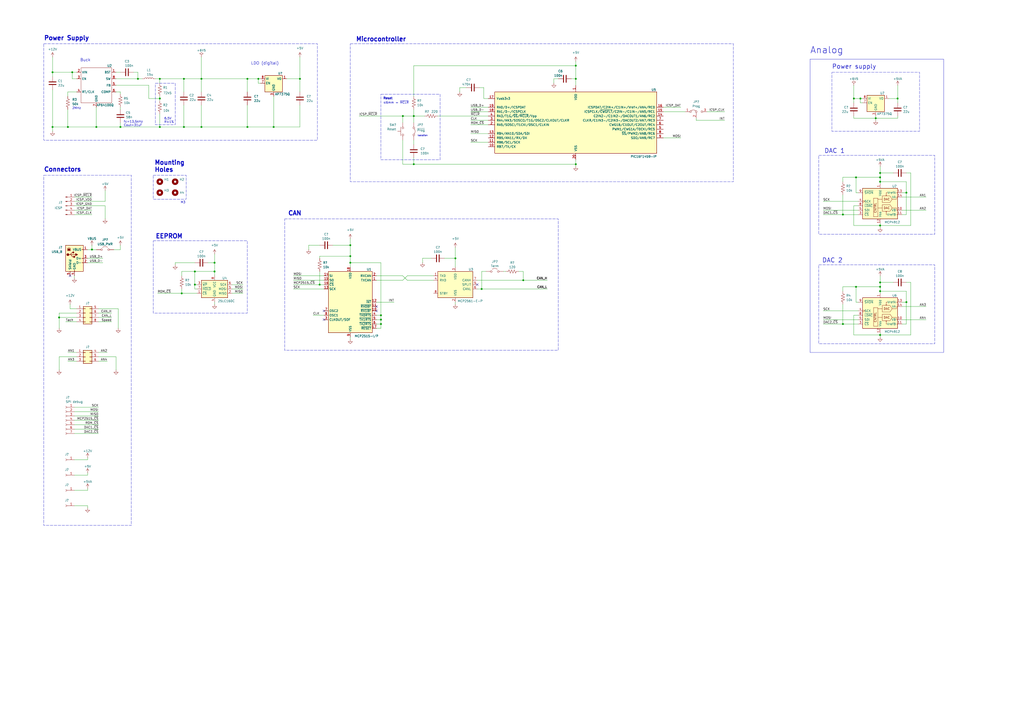
<source format=kicad_sch>
(kicad_sch (version 20250114) (generator "eeschema") (generator_version "9.0")
  (paper "A2")
  (rectangle (start 482.6 41.91) (end 533.4 76.2) (stroke (width 0) (type dash)))
  (rectangle (start 25.4 25.4) (end 184.15 81.28) (stroke (width 0) (type dash)))
  (rectangle (start 88.9 139.7) (end 143.51 181.61) (stroke (width 0) (type dash)))
  (rectangle (start 88.9 101.5999) (end 107.95 115.5699) (stroke (width 0) (type dash)))
  (rectangle (start 90.17 48.26) (end 101.6 72.39) (stroke (width 0) (type dash)))
  (rectangle (start 220.98 54.61) (end 255.27 92.71) (stroke (width 0) (type dash)))
  (rectangle (start 474.98 153.67) (end 542.29 199.39) (stroke (width 0) (type dash)))
  (rectangle (start 165.1 127) (end 323.85 203.2) (stroke (width 0) (type dash)))
  (rectangle (start 25.4 101.6) (end 76.2 304.8) (stroke (width 0) (type dash)))
  (rectangle (start 474.98 90.17) (end 542.29 135.89) (stroke (width 0) (type dash)))
  (rectangle (start 203.2 25.4) (end 425.45 105.41) (stroke (width 0) (type dash)))
  (rectangle (start 469.9 34.29) (end 547.37 204.47))
  (text "Connectors" (at 25.4 98.425 0) (effects (font (size 2.54 2.54) (thickness 0.508) (bold yes)) (justify left)))
  (text "Power Supply" (at 25.4 22.225 0) (effects (font (size 2.54 2.54) (thickness 0.508) (bold yes)) (justify left)))
  (text "LDO (digital)" (at 153.67 36.83 0) (effects (font (size 1.651 1.651))))
  (text "CAN" (at 167.005 123.825 0) (effects (font (size 2.54 2.54) (thickness 0.508) (bold yes)) (justify left)))
  (text "2MHz\n" (at 44.45 62.865 0) (effects (font (size 1.27 1.27))))
  (text "6.5V\nR±1%" (at 95.25 69.85 0) (effects (font (size 1.27 1.27)) (justify left)))
  (text "Reset" (at 222.25 57.15 0) (effects (font (size 1.27 1.27) (thickness 0.254) (bold yes)) (justify left)))
  (text "fc=13.5kHz\nCout=31uF" (at 71.755 71.755 0) (effects (font (size 1.27 1.27)) (justify left)))
  (text "Mounting\nHoles" (at 89.535 96.5199 0) (effects (font (size 2.54 2.54) (thickness 0.508) (bold yes)) (justify left)))
  (text "Power supply" (at 482.6 38.735 0) (effects (font (size 2.54 2.54) (thickness 0.254) (bold yes)) (justify left)))
  (text "M3\n" (at 104.775 117.4749 0) (effects (font (size 1.27 1.27)) (justify left)))
  (text "EEPROM" (at 90.17 137.16 0) (effects (font (size 2.54 2.54) (thickness 0.508) (bold yes)) (justify left)))
  (text "≤6mm ↔ ~{MCLR}" (at 222.25 59.69 0) (effects (font (size 1.27 1.27)) (justify left)))
  (text "DAC 1" (at 478.155 87.63 0) (effects (font (size 2.54 2.54) (thickness 0.254) (bold yes)) (justify left)))
  (text "Buck" (at 49.53 34.925 0) (effects (font (size 1.651 1.651))))
  (text "Microcontroller" (at 206.375 22.86 0) (effects (font (size 2.54 2.54) (thickness 0.508) (bold yes)) (justify left)))
  (text "Analog" (at 469.9 29.21 0) (effects (font (size 3.81 3.81) (thickness 0.254) (bold yes)) (justify left)))
  (text "Isolation" (at 245.11 78.74 0) (effects (font (size 0.889 0.889))))
  (text "DAC 2" (at 476.885 151.13 0) (effects (font (size 2.54 2.54) (thickness 0.254) (bold yes)) (justify left)))
  (junction (at 510.54 166.37))
  (junction (at 106.68 45.72))
  (junction (at 510.54 168.91))
  (junction (at 124.46 157.48))
  (junction (at 510.54 100.33))
  (junction (at 55.88 73.66))
  (junction (at 116.84 73.66))
  (junction (at 39.37 73.66))
  (junction (at 106.68 73.66))
  (junction (at 220.98 185.42))
  (junction (at 173.99 45.72))
  (junction (at 34.29 184.15))
  (junction (at 496.57 166.37))
  (junction (at 124.46 152.4))
  (junction (at 525.78 111.76))
  (junction (at 143.51 73.66))
  (junction (at 488.95 187.96))
  (junction (at 92.71 73.66))
  (junction (at 334.01 38.1))
  (junction (at 508 68.58))
  (junction (at 220.98 182.88))
  (junction (at 334.01 45.72))
  (junction (at 53.34 144.78))
  (junction (at 495.3 57.15))
  (junction (at 488.95 124.46))
  (junction (at 510.54 130.81))
  (junction (at 334.01 95.25))
  (junction (at 149.86 45.72))
  (junction (at 30.48 41.91))
  (junction (at 158.75 73.66))
  (junction (at 203.2 142.24))
  (junction (at 80.01 45.72))
  (junction (at 240.03 67.31))
  (junction (at 510.54 102.87))
  (junction (at 510.54 194.31))
  (junction (at 92.71 57.15))
  (junction (at 525.78 175.26))
  (junction (at 30.48 73.66))
  (junction (at 92.71 45.72))
  (junction (at 203.2 152.4))
  (junction (at 520.7 57.15))
  (junction (at 264.16 149.86))
  (junction (at 303.53 162.56))
  (junction (at 113.03 165.1))
  (junction (at 41.91 41.91))
  (junction (at 510.54 163.83))
  (junction (at 499.11 57.15))
  (junction (at 105.41 170.18))
  (junction (at 203.2 148.59))
  (junction (at 496.57 102.87))
  (junction (at 185.42 165.1))
  (junction (at 113.03 157.48))
  (junction (at 510.54 105.41))
  (junction (at 69.85 73.66))
  (junction (at 240.03 95.25))
  (junction (at 233.68 67.31))
  (junction (at 220.98 187.96))
  (junction (at 143.51 45.72))
  (junction (at 116.84 45.72))
  (junction (at 279.4 167.64))
  (no_connect (at 40.64 160.02))
  (no_connect (at 218.44 177.8))
  (no_connect (at 187.96 185.42))
  (no_connect (at 276.86 165.1))
  (no_connect (at 187.96 180.34))
  (no_connect (at 218.44 180.34))
  (wire (pts (xy 218.44 162.56) (xy 233.68 162.56)))
  (wire (pts (xy 240.03 95.25) (xy 240.03 91.44)))
  (wire (pts (xy 499.11 57.15) (xy 495.3 57.15)))
  (wire (pts (xy 116.84 33.02) (xy 116.84 45.72)))
  (wire (pts (xy 203.2 142.24) (xy 203.2 148.59)))
  (wire (pts (xy 50.8 293.37) (xy 50.8 294.64)))
  (wire (pts (xy 44.45 184.15) (xy 34.29 184.15)))
  (wire (pts (xy 57.15 181.61) (xy 64.77 181.61)))
  (wire (pts (xy 106.68 45.72) (xy 116.84 45.72)))
  (wire (pts (xy 495.3 182.88) (xy 497.84 182.88)))
  (wire (pts (xy 279.4 157.48) (xy 281.94 157.48)))
  (wire (pts (xy 44.45 207.01) (xy 34.29 207.01)))
  (wire (pts (xy 220.98 187.96) (xy 220.98 185.42)))
  (wire (pts (xy 495.3 119.38) (xy 497.84 119.38)))
  (wire (pts (xy 240.03 38.1) (xy 334.01 38.1)))
  (wire (pts (xy 218.44 187.96) (xy 220.98 187.96)))
  (wire (pts (xy 44.45 41.91) (xy 41.91 41.91)))
  (wire (pts (xy 384.81 80.01) (xy 394.97 80.01)))
  (wire (pts (xy 508 67.31) (xy 508 68.58)))
  (wire (pts (xy 276.86 167.64) (xy 279.4 167.64)))
  (wire (pts (xy 53.34 142.24) (xy 53.34 144.78)))
  (wire (pts (xy 510.54 168.91) (xy 510.54 170.18)))
  (wire (pts (xy 203.2 195.58) (xy 203.2 196.85)))
  (wire (pts (xy 60.96 116.84) (xy 60.96 110.49)))
  (wire (pts (xy 67.31 53.34) (xy 69.85 53.34)))
  (wire (pts (xy 499.11 59.69) (xy 499.11 57.15)))
  (wire (pts (xy 80.01 45.72) (xy 82.55 45.72)))
  (wire (pts (xy 50.8 149.86) (xy 59.69 149.86)))
  (wire (pts (xy 114.3 165.1) (xy 113.03 165.1)))
  (wire (pts (xy 250.19 149.86) (xy 245.11 149.86)))
  (wire (pts (xy 496.57 175.26) (xy 496.57 166.37)))
  (wire (pts (xy 149.86 48.26) (xy 149.86 45.72)))
  (wire (pts (xy 488.95 187.96) (xy 497.84 187.96)))
  (wire (pts (xy 105.41 157.48) (xy 113.03 157.48)))
  (wire (pts (xy 92.71 73.66) (xy 106.68 73.66)))
  (wire (pts (xy 240.03 38.1) (xy 240.03 55.88)))
  (wire (pts (xy 403.86 69.85) (xy 420.37 69.85)))
  (wire (pts (xy 523.24 124.46) (xy 525.78 124.46)))
  (wire (pts (xy 44.45 53.34) (xy 39.37 53.34)))
  (wire (pts (xy 477.52 180.34) (xy 497.84 180.34)))
  (wire (pts (xy 510.54 193.04) (xy 510.54 194.31)))
  (wire (pts (xy 220.98 185.42) (xy 220.98 182.88)))
  (wire (pts (xy 510.54 194.31) (xy 510.54 195.58)))
  (wire (pts (xy 525.78 168.91) (xy 510.54 168.91)))
  (wire (pts (xy 69.85 53.34) (xy 69.85 54.61)))
  (wire (pts (xy 499.11 57.15) (xy 500.38 57.15)))
  (wire (pts (xy 66.04 144.78) (xy 69.85 144.78)))
  (wire (pts (xy 149.86 45.72) (xy 151.13 45.72)))
  (wire (pts (xy 185.42 165.1) (xy 185.42 157.48)))
  (wire (pts (xy 57.15 207.01) (xy 67.31 207.01)))
  (wire (pts (xy 34.29 184.15) (xy 34.29 190.5)))
  (wire (pts (xy 44.45 181.61) (xy 34.29 181.61)))
  (wire (pts (xy 116.84 45.72) (xy 143.51 45.72)))
  (wire (pts (xy 43.18 243.84) (xy 57.15 243.84)))
  (wire (pts (xy 273.05 82.55) (xy 283.21 82.55)))
  (wire (pts (xy 495.3 130.81) (xy 510.54 130.81)))
  (wire (pts (xy 523.24 177.8) (xy 537.21 177.8)))
  (wire (pts (xy 151.13 48.26) (xy 149.86 48.26)))
  (wire (pts (xy 528.32 130.81) (xy 510.54 130.81)))
  (wire (pts (xy 170.18 165.1) (xy 185.42 165.1)))
  (wire (pts (xy 43.18 246.38) (xy 57.15 246.38)))
  (wire (pts (xy 497.84 111.76) (xy 496.57 111.76)))
  (wire (pts (xy 158.75 73.66) (xy 143.51 73.66)))
  (wire (pts (xy 523.24 114.3) (xy 537.21 114.3)))
  (wire (pts (xy 30.48 41.91) (xy 30.48 44.45)))
  (wire (pts (xy 273.05 69.85) (xy 283.21 69.85)))
  (wire (pts (xy 170.18 160.02) (xy 187.96 160.02)))
  (wire (pts (xy 525.78 105.41) (xy 525.78 111.76)))
  (wire (pts (xy 496.57 102.87) (xy 510.54 102.87)))
  (wire (pts (xy 496.57 111.76) (xy 496.57 102.87)))
  (wire (pts (xy 525.78 168.91) (xy 525.78 175.26)))
  (wire (pts (xy 181.61 182.88) (xy 187.96 182.88)))
  (wire (pts (xy 477.52 185.42) (xy 497.84 185.42)))
  (wire (pts (xy 39.37 53.34) (xy 39.37 55.88)))
  (wire (pts (xy 92.71 66.04) (xy 92.71 73.66)))
  (wire (pts (xy 57.15 179.07) (xy 68.58 179.07)))
  (wire (pts (xy 105.41 160.02) (xy 105.41 157.48)))
  (wire (pts (xy 384.81 62.23) (xy 394.97 62.23)))
  (wire (pts (xy 334.01 45.72) (xy 331.47 45.72)))
  (wire (pts (xy 334.01 49.53) (xy 334.01 45.72)))
  (wire (pts (xy 203.2 148.59) (xy 203.2 152.4)))
  (wire (pts (xy 143.51 45.72) (xy 143.51 53.34)))
  (wire (pts (xy 208.28 67.31) (xy 233.68 67.31)))
  (wire (pts (xy 510.54 163.83) (xy 510.54 166.37)))
  (wire (pts (xy 68.58 179.07) (xy 68.58 190.5)))
  (wire (pts (xy 495.3 130.81) (xy 495.3 119.38)))
  (wire (pts (xy 523.24 185.42) (xy 537.21 185.42)))
  (wire (pts (xy 39.37 63.5) (xy 39.37 73.66)))
  (wire (pts (xy 50.8 284.48) (xy 50.8 283.21)))
  (wire (pts (xy 43.18 114.3) (xy 53.34 114.3)))
  (wire (pts (xy 179.07 142.24) (xy 179.07 144.78)))
  (wire (pts (xy 92.71 45.72) (xy 92.71 48.26)))
  (wire (pts (xy 57.15 209.55) (xy 62.23 209.55)))
  (wire (pts (xy 510.54 160.02) (xy 510.54 163.83)))
  (wire (pts (xy 528.32 163.83) (xy 528.32 194.31)))
  (wire (pts (xy 60.96 119.38) (xy 60.96 127)))
  (wire (pts (xy 283.21 57.15) (xy 280.67 57.15)))
  (wire (pts (xy 528.32 100.33) (xy 528.32 130.81)))
  (wire (pts (xy 173.99 45.72) (xy 173.99 53.34)))
  (wire (pts (xy 113.03 167.64) (xy 113.03 165.1)))
  (wire (pts (xy 525.78 105.41) (xy 510.54 105.41)))
  (wire (pts (xy 495.3 67.31) (xy 495.3 68.58)))
  (wire (pts (xy 113.03 157.48) (xy 124.46 157.48)))
  (wire (pts (xy 105.41 170.18) (xy 105.41 167.64)))
  (wire (pts (xy 67.31 207.01) (xy 67.31 214.63)))
  (wire (pts (xy 124.46 152.4) (xy 124.46 157.48)))
  (wire (pts (xy 134.62 170.18) (xy 140.97 170.18)))
  (wire (pts (xy 106.68 73.66) (xy 116.84 73.66)))
  (wire (pts (xy 280.67 50.8) (xy 278.13 50.8)))
  (wire (pts (xy 50.8 275.59) (xy 50.8 274.32)))
  (wire (pts (xy 520.7 68.58) (xy 520.7 67.31)))
  (wire (pts (xy 116.84 60.96) (xy 116.84 73.66)))
  (wire (pts (xy 55.88 62.23) (xy 55.88 73.66)))
  (wire (pts (xy 384.81 64.77) (xy 397.51 64.77)))
  (wire (pts (xy 257.81 149.86) (xy 264.16 149.86)))
  (wire (pts (xy 41.91 45.72) (xy 41.91 41.91)))
  (wire (pts (xy 185.42 149.86) (xy 185.42 148.59)))
  (wire (pts (xy 280.67 57.15) (xy 280.67 50.8)))
  (wire (pts (xy 266.7 50.8) (xy 266.7 53.34)))
  (wire (pts (xy 30.48 73.66) (xy 30.48 76.2)))
  (wire (pts (xy 488.95 102.87) (xy 496.57 102.87)))
  (wire (pts (xy 520.7 57.15) (xy 515.62 57.15)))
  (wire (pts (xy 44.45 179.07) (xy 40.64 179.07)))
  (wire (pts (xy 245.11 149.86) (xy 245.11 152.4)))
  (wire (pts (xy 303.53 157.48) (xy 303.53 162.56)))
  (wire (pts (xy 39.37 204.47) (xy 44.45 204.47)))
  (wire (pts (xy 495.3 57.15) (xy 495.3 49.53)))
  (wire (pts (xy 233.68 67.31) (xy 233.68 71.12)))
  (wire (pts (xy 92.71 57.15) (xy 86.36 57.15)))
  (wire (pts (xy 220.98 152.4) (xy 220.98 182.88)))
  (wire (pts (xy 38.1 186.69) (xy 44.45 186.69)))
  (wire (pts (xy 92.71 45.72) (xy 106.68 45.72)))
  (wire (pts (xy 43.18 251.46) (xy 57.15 251.46)))
  (wire (pts (xy 57.15 184.15) (xy 64.77 184.15)))
  (wire (pts (xy 240.03 81.28) (xy 240.03 83.82)))
  (wire (pts (xy 220.98 152.4) (xy 203.2 152.4)))
  (wire (pts (xy 86.36 49.53) (xy 67.31 49.53)))
  (wire (pts (xy 510.54 105.41) (xy 510.54 106.68)))
  (wire (pts (xy 57.15 186.69) (xy 64.77 186.69)))
  (wire (pts (xy 40.64 179.07) (xy 40.64 176.53)))
  (wire (pts (xy 273.05 77.47) (xy 283.21 77.47)))
  (wire (pts (xy 158.75 55.88) (xy 158.75 73.66)))
  (wire (pts (xy 187.96 165.1) (xy 185.42 165.1)))
  (wire (pts (xy 30.48 33.02) (xy 30.48 41.91)))
  (wire (pts (xy 303.53 162.56) (xy 317.5 162.56)))
  (wire (pts (xy 233.68 67.31) (xy 240.03 67.31)))
  (wire (pts (xy 528.32 194.31) (xy 510.54 194.31)))
  (wire (pts (xy 185.42 148.59) (xy 203.2 148.59)))
  (wire (pts (xy 92.71 57.15) (xy 92.71 58.42)))
  (wire (pts (xy 173.99 73.66) (xy 158.75 73.66)))
  (wire (pts (xy 525.78 175.26) (xy 525.78 187.96)))
  (wire (pts (xy 510.54 96.52) (xy 510.54 100.33)))
  (wire (pts (xy 50.8 144.78) (xy 53.34 144.78)))
  (wire (pts (xy 218.44 190.5) (xy 220.98 190.5)))
  (wire (pts (xy 292.1 157.48) (xy 293.37 157.48)))
  (wire (pts (xy 91.44 170.18) (xy 105.41 170.18)))
  (wire (pts (xy 495.3 194.31) (xy 510.54 194.31)))
  (wire (pts (xy 270.51 50.8) (xy 266.7 50.8)))
  (wire (pts (xy 334.01 95.25) (xy 334.01 96.52)))
  (wire (pts (xy 410.21 64.77) (xy 420.37 64.77)))
  (wire (pts (xy 55.88 73.66) (xy 39.37 73.66)))
  (wire (pts (xy 510.54 100.33) (xy 518.16 100.33)))
  (wire (pts (xy 43.18 241.3) (xy 57.15 241.3)))
  (wire (pts (xy 43.18 238.76) (xy 57.15 238.76)))
  (wire (pts (xy 510.54 166.37) (xy 510.54 168.91)))
  (wire (pts (xy 488.95 168.91) (xy 488.95 166.37)))
  (wire (pts (xy 500.38 59.69) (xy 499.11 59.69)))
  (wire (pts (xy 254 67.31) (xy 283.21 67.31)))
  (wire (pts (xy 106.68 45.72) (xy 106.68 53.34)))
  (wire (pts (xy 523.24 175.26) (xy 525.78 175.26)))
  (wire (pts (xy 233.68 81.28) (xy 233.68 95.25)))
  (wire (pts (xy 92.71 73.66) (xy 69.85 73.66)))
  (wire (pts (xy 43.18 275.59) (xy 50.8 275.59)))
  (wire (pts (xy 488.95 166.37) (xy 496.57 166.37)))
  (wire (pts (xy 273.05 64.77) (xy 283.21 64.77)))
  (wire (pts (xy 488.95 124.46) (xy 497.84 124.46)))
  (wire (pts (xy 520.7 49.53) (xy 520.7 57.15)))
  (wire (pts (xy 69.85 62.23) (xy 69.85 63.5)))
  (wire (pts (xy 134.62 167.64) (xy 140.97 167.64)))
  (wire (pts (xy 510.54 102.87) (xy 510.54 105.41)))
  (wire (pts (xy 57.15 204.47) (xy 62.23 204.47)))
  (wire (pts (xy 173.99 33.02) (xy 173.99 45.72)))
  (wire (pts (xy 44.45 45.72) (xy 41.91 45.72)))
  (wire (pts (xy 496.57 166.37) (xy 510.54 166.37)))
  (wire (pts (xy 77.47 41.91) (xy 80.01 41.91)))
  (wire (pts (xy 236.22 160.02) (xy 233.68 162.56)))
  (wire (pts (xy 39.37 209.55) (xy 44.45 209.55)))
  (wire (pts (xy 90.17 45.72) (xy 92.71 45.72)))
  (wire (pts (xy 495.3 68.58) (xy 508 68.58)))
  (wire (pts (xy 488.95 113.03) (xy 488.95 124.46)))
  (wire (pts (xy 321.31 45.72) (xy 323.85 45.72)))
  (wire (pts (xy 124.46 175.26) (xy 124.46 176.53)))
  (wire (pts (xy 34.29 207.01) (xy 34.29 214.63)))
  (wire (pts (xy 218.44 182.88) (xy 220.98 182.88)))
  (wire (pts (xy 495.3 57.15) (xy 495.3 59.69)))
  (wire (pts (xy 124.46 157.48) (xy 124.46 160.02)))
  (wire (pts (xy 113.03 157.48) (xy 113.03 165.1)))
  (wire (pts (xy 510.54 130.81) (xy 510.54 132.08)))
  (wire (pts (xy 300.99 157.48) (xy 303.53 157.48)))
  (wire (pts (xy 92.71 55.88) (xy 92.71 57.15)))
  (wire (pts (xy 334.01 92.71) (xy 334.01 95.25)))
  (wire (pts (xy 116.84 45.72) (xy 116.84 53.34)))
  (wire (pts (xy 477.52 187.96) (xy 488.95 187.96)))
  (wire (pts (xy 67.31 45.72) (xy 80.01 45.72)))
  (wire (pts (xy 43.18 248.92) (xy 57.15 248.92)))
  (wire (pts (xy 173.99 60.96) (xy 173.99 73.66)))
  (wire (pts (xy 495.3 194.31) (xy 495.3 182.88)))
  (wire (pts (xy 34.29 181.61) (xy 34.29 184.15)))
  (wire (pts (xy 279.4 167.64) (xy 279.4 157.48)))
  (wire (pts (xy 80.01 41.91) (xy 80.01 45.72)))
  (wire (pts (xy 170.18 167.64) (xy 187.96 167.64)))
  (wire (pts (xy 50.8 266.7) (xy 50.8 265.43)))
  (wire (pts (xy 43.18 284.48) (xy 50.8 284.48)))
  (wire (pts (xy 143.51 73.66) (xy 116.84 73.66)))
  (wire (pts (xy 69.85 73.66) (xy 55.88 73.66)))
  (wire (pts (xy 120.65 152.4) (xy 124.46 152.4)))
  (wire (pts (xy 273.05 72.39) (xy 283.21 72.39)))
  (wire (pts (xy 67.31 41.91) (xy 69.85 41.91)))
  (wire (pts (xy 124.46 147.32) (xy 124.46 152.4)))
  (wire (pts (xy 240.03 95.25) (xy 334.01 95.25)))
  (wire (pts (xy 69.85 71.12) (xy 69.85 73.66)))
  (wire (pts (xy 525.78 100.33) (xy 528.32 100.33)))
  (wire (pts (xy 185.42 142.24) (xy 179.07 142.24)))
  (wire (pts (xy 203.2 138.43) (xy 203.2 142.24)))
  (wire (pts (xy 510.54 100.33) (xy 510.54 102.87)))
  (wire (pts (xy 43.18 116.84) (xy 60.96 116.84)))
  (wire (pts (xy 240.03 67.31) (xy 246.38 67.31)))
  (wire (pts (xy 523.24 111.76) (xy 525.78 111.76)))
  (wire (pts (xy 276.86 162.56) (xy 303.53 162.56)))
  (wire (pts (xy 50.8 152.4) (xy 59.69 152.4)))
  (wire (pts (xy 30.48 52.07) (xy 30.48 73.66)))
  (wire (pts (xy 43.18 119.38) (xy 60.96 119.38)))
  (wire (pts (xy 520.7 59.69) (xy 520.7 57.15)))
  (wire (pts (xy 240.03 67.31) (xy 240.03 71.12)))
  (wire (pts (xy 203.2 152.4) (xy 203.2 154.94)))
  (wire (pts (xy 233.68 95.25) (xy 240.03 95.25)))
  (wire (pts (xy 134.62 165.1) (xy 140.97 165.1)))
  (wire (pts (xy 106.68 60.96) (xy 106.68 73.66)))
  (wire (pts (xy 41.91 41.91) (xy 30.48 41.91)))
  (wire (pts (xy 43.18 124.46) (xy 53.34 124.46)))
  (wire (pts (xy 43.18 160.02) (xy 43.18 161.29)))
  (wire (pts (xy 114.3 167.64) (xy 113.03 167.64)))
  (wire (pts (xy 43.18 293.37) (xy 50.8 293.37)))
  (wire (pts (xy 523.24 121.92) (xy 537.21 121.92)))
  (wire (pts (xy 193.04 142.24) (xy 203.2 142.24)))
  (wire (pts (xy 508 68.58) (xy 520.7 68.58)))
  (wire (pts (xy 218.44 160.02) (xy 233.68 160.02)))
  (wire (pts (xy 488.95 105.41) (xy 488.95 102.87)))
  (wire (pts (xy 488.95 176.53) (xy 488.95 187.96)))
  (wire (pts (xy 143.51 60.96) (xy 143.51 73.66)))
  (wire (pts (xy 321.31 48.26) (xy 321.31 45.72)))
  (wire (pts (xy 264.16 175.26) (xy 264.16 176.53)))
  (wire (pts (xy 523.24 187.96) (xy 525.78 187.96)))
  (wire (pts (xy 43.18 236.22) (xy 57.15 236.22)))
  (wire (pts (xy 477.52 124.46) (xy 488.95 124.46)))
  (wire (pts (xy 149.86 45.72) (xy 143.51 45.72)))
  (wire (pts (xy 101.6 152.4) (xy 101.6 153.67)))
  (wire (pts (xy 86.36 57.15) (xy 86.36 49.53)))
  (wire (pts (xy 101.6 152.4) (xy 113.03 152.4)))
  (wire (pts (xy 497.84 175.26) (xy 496.57 175.26)))
  (wire (pts (xy 403.86 68.58) (xy 403.86 69.85)))
  (wire (pts (xy 508 68.58) (xy 508 69.85)))
  (wire (pts (xy 334.01 38.1) (xy 334.01 45.72)))
  (wire (pts (xy 264.16 143.51) (xy 264.16 149.86)))
  (wire (pts (xy 114.3 170.18) (xy 105.41 170.18)))
  (wire (pts (xy 220.98 190.5) (xy 220.98 187.96)))
  (wire (pts (xy 39.37 73.66) (xy 30.48 73.66)))
  (wire (pts (xy 525.78 163.83) (xy 528.32 163.83)))
  (wire (pts (xy 510.54 163.83) (xy 518.16 163.83)))
  (wire (pts (xy 53.34 144.78) (xy 55.88 144.78)))
  (wire (pts (xy 477.52 121.92) (xy 497.84 121.92)))
  (wire (pts (xy 334.01 35.56) (xy 334.01 38.1)))
  (wire (pts (xy 279.4 167.64) (xy 317.5 167.64)))
  (wire (pts (xy 218.44 175.26) (xy 228.6 175.26)))
  (wire (pts (xy 166.37 45.72) (xy 173.99 45.72)))
  (wire (pts (xy 218.44 185.42) (xy 220.98 185.42)))
  (wire (pts (xy 510.54 129.54) (xy 510.54 130.81)))
  (wire (pts (xy 43.18 266.7) (xy 50.8 266.7)))
  (wire (pts (xy 273.05 62.23) (xy 283.21 62.23)))
  (wire (pts (xy 236.22 162.56) (xy 251.46 162.56)))
  (wire (pts (xy 477.52 116.84) (xy 497.84 116.84)))
  (wire (pts (xy 170.18 162.56) (xy 187.96 162.56)))
  (wire (pts (xy 236.22 160.02) (xy 251.46 160.02)))
  (wire (pts (xy 69.85 144.78) (xy 69.85 142.24)))
  (wire (pts (xy 233.68 160.02) (xy 236.22 162.56)))
  (wire (pts (xy 525.78 111.76) (xy 525.78 124.46)))
  (wire (pts (xy 240.03 63.5) (xy 240.03 67.31)))
  (wire (pts (xy 43.18 121.92) (xy 53.34 121.92)))
  (wire (pts (xy 264.16 149.86) (xy 264.16 154.94)))
  (label "DAC1_~{CS}" (at 477.52 124.46 0))
  (label "MISO" (at 57.15 241.3 180))
  (label "CAN_H" (at 317.5 162.56 180) (effects (font (thickness 0.254) (bold yes))))
  (label "SCK" (at 140.97 165.1 180) (effects (font (thickness 0.1588))))
  (label "Speed" (at 64.77 186.69 180) (effects (font (thickness 0.1588))))
  (label "CLK" (at 273.05 69.85 0))
  (label "MOSI" (at 394.97 80.01 180) (effects (font (thickness 0.1588))))
  (label "ICSP_DAT" (at 394.97 62.23 180))
  (label "CAN_L" (at 64.77 184.15 180))
  (label "ROM_~{CS}" (at 91.44 170.18 0) (effects (font (thickness 0.1588))))
  (label "MOSI" (at 170.18 160.02 0) (effects (font (thickness 0.1588))))
  (label "AN3" (at 39.37 209.55 0) (effects (font (thickness 0.1588))))
  (label "AN1" (at 537.21 114.3 180))
  (label "MCP2515_~{CS}" (at 57.15 243.84 180))
  (label "INT" (at 420.37 69.85 180))
  (label "CLK" (at 181.61 182.88 0))
  (label "MISO" (at 140.97 170.18 180) (effects (font (thickness 0.1588))))
  (label "INT" (at 228.6 175.26 180) (effects (font (thickness 0.1588))))
  (label "MOSI" (at 140.97 167.64 180) (effects (font (thickness 0.1588))))
  (label "ICSP_CLK" (at 53.34 124.46 180))
  (label "AN2" (at 62.23 204.47 180) (effects (font (thickness 0.1588))))
  (label "SCK" (at 273.05 82.55 0) (effects (font (thickness 0.1588))))
  (label "Tach" (at 38.1 186.69 0) (effects (font (thickness 0.1588))))
  (label "MCP2515_~{CS}" (at 170.18 165.1 0) (effects (font (thickness 0.1588))))
  (label "ICSP_CLK" (at 420.37 64.77 180))
  (label "USB_D+" (at 273.05 62.23 0))
  (label "SCK" (at 477.52 180.34 0) (effects (font (thickness 0.1588))))
  (label "ROM_~{CS}" (at 57.15 246.38 180))
  (label "AN1" (at 39.37 204.47 0) (effects (font (thickness 0.1588))))
  (label "USB_D-" (at 273.05 64.77 0))
  (label "SCK" (at 57.15 236.22 180))
  (label "AN4" (at 62.23 209.55 180) (effects (font (thickness 0.1588))))
  (label "MOSI" (at 477.52 121.92 0))
  (label "AN4" (at 537.21 185.42 180))
  (label "MISO" (at 170.18 162.56 0) (effects (font (thickness 0.1588))))
  (label "DAC1_~{CS}" (at 57.15 248.92 180))
  (label "MOSI" (at 57.15 238.76 180))
  (label "~{MCLR}" (at 273.05 67.31 0))
  (label "AN3" (at 537.21 177.8 180))
  (label "DAC2_~{CS}" (at 57.15 251.46 180))
  (label "USB_D-" (at 59.69 152.4 180))
  (label "ICSP_VDD" (at 53.34 116.84 180))
  (label "AN2" (at 537.21 121.92 180))
  (label "USB_D+" (at 59.69 149.86 180))
  (label "SCK" (at 170.18 167.64 0) (effects (font (thickness 0.1588))))
  (label "ICSP_GND" (at 53.34 119.38 180))
  (label "ROM_~{CS}" (at 273.05 72.39 0))
  (label "ICSP_DAT" (at 53.34 121.92 180))
  (label "ICSP_~{MCLR}" (at 53.34 114.3 180))
  (label "MISO" (at 273.05 77.47 0) (effects (font (thickness 0.1588))))
  (label "ICSP_~{MCLR}" (at 208.28 67.31 0))
  (label "MOSI" (at 477.52 185.42 0))
  (label "CAN_L" (at 317.5 167.64 180) (effects (font (thickness 0.254) (bold yes))))
  (label "SCK" (at 477.52 116.84 0) (effects (font (thickness 0.1588))))
  (label "DAC2_~{CS}" (at 477.52 187.96 0))
  (label "CAN_H" (at 64.77 181.61 180) (effects (font (thickness 0.1588))))
  (symbol (lib_id "power:GND") (at 203.2 196.85 0) (unit 1)
    (property "Reference" "#PWR028" (effects (hide yes)))
    (property "Value" "GND" (effects (hide yes)))
    (property "Description" "Power symbol creates a global label with name \"GND\" , ground" (effects (hide yes)))
  )
  (symbol (lib_id "Connector:USB_B") (at 43.18 149.86 0) (unit 1)
    (property "Reference" "J?" (at 36.195 143.51 0) (effects (justify right)))
    (property "Value" "USB_B" (at 36.195 146.05 0) (effects (justify right)))
    (property "Description" "USB Type B connector" (effects (hide yes)))
  )
  (symbol (lib_id "power:GND") (at 50.8 294.64 0) (unit 1)
    (property "Reference" "#PWR039" (effects (hide yes)))
    (property "Value" "GND" (effects (hide yes)))
    (property "Description" "Power symbol creates a global label with name \"GND\" , ground" (effects (hide yes)))
  )
  (symbol (lib_id "Device:C") (at 173.99 57.15 0) (unit 1)
    (property "Reference" "C?" (at 177.8 55.8799 0) (effects (justify left)))
    (property "Value" "22u" (at 177.8 58.4199 0) (effects (justify left)))
    (property "Description" "Unpolarized capacitor" (effects (hide yes)))
  )
  (symbol (lib_id "power:+12V") (at 40.64 176.53 0) (unit 1)
    (property "Reference" "#PWR029" (effects (hide yes)))
    (property "Value" "+12V" (at 40.64 171.45 0))
    (property "Description" "Power symbol creates a global label with name \"+12V\"" (effects (hide yes)))
  )
  (symbol (lib_id "power:GND") (at 68.58 190.5 0) (unit 1)
    (property "Reference" "#PWR033" (effects (hide yes)))
    (property "Value" "GND" (effects (hide yes)))
    (property "Description" "Power symbol creates a global label with name \"GND\" , ground" (effects (hide yes)))
  )
  (symbol (lib_id "Device:C") (at 116.84 152.4 90) (unit 1)
    (property "Reference" "C?" (at 116.84 146.05 90))
    (property "Value" "100n" (at 116.84 148.59 90))
    (property "Description" "Unpolarized capacitor" (effects (hide yes)))
  )
  (symbol (lib_id "Jumper:Jumper_2_Bridged") (at 240.03 76.2 270) (mirror x) (unit 1)
    (property "Reference" "JP?" (at 241.935 72.39 90) (effects (justify left)))
    (property "Value" "~{Prog}" (at 241.935 75.565 90) (effects (justify left)))
    (property "Description" "Jumper, 2-pole, closed/bridged" (effects (hide yes)))
  )
  (symbol (lib_id "Device:C") (at 254 149.86 90) (unit 1)
    (property "Reference" "C?" (at 254 143.51 90))
    (property "Value" "100n" (at 254 146.05 90))
    (property "Description" "Unpolarized capacitor" (effects (hide yes)))
  )
  (symbol (lib_id "power:+5V") (at 173.99 33.02 0) (unit 1)
    (property "Reference" "#PWR06" (effects (hide yes)))
    (property "Value" "+5V" (at 173.99 27.94 0))
    (property "Description" "Power symbol creates a global label with name \"+5V\"" (effects (hide yes)))
  )
  (symbol (lib_id "Device:C") (at 106.68 57.15 180) (unit 1)
    (property "Reference" "C2" (at 111.125 55.245 0))
    (property "Value" "22u" (at 111.76 57.785 0))
    (property "Description" "Unpolarized capacitor" (effects (hide yes)))
  )
  (symbol (lib_id "Device:C") (at 30.48 48.26 0) (unit 1)
    (property "Reference" "C1" (at 34.925 46.99 0))
    (property "Value" "22u" (at 35.56 49.53 0))
    (property "Description" "Unpolarized capacitor" (effects (hide yes)))
  )
  (symbol (lib_id "Device:C") (at 495.3 63.5 0) (unit 1)
    (property "Reference" "C?" (at 492.125 62.23 0) (effects (justify right)))
    (property "Value" "22u" (at 492.125 64.77 0) (effects (justify right)))
    (property "Description" "Unpolarized capacitor" (effects (hide yes)))
  )
  (symbol (lib_id "Memory_EEPROM:25LCxxx") (at 124.46 167.64 0) (unit 1)
    (property "Reference" "U4" (at 128.905 161.29 0) (effects (justify left)))
    (property "Value" "25LC160C" (at 126.365 174.625 0) (effects (justify left)))
    (property "Datasheet" "http://ww1.microchip.com/downloads/en/DeviceDoc/21832H.pdf" (effects (hide yes)))
    (property "Description" "SPI Serial EEPROM, DIP-8/SOIC-8/TSSOP-8" (effects (hide yes)))
  )
  (symbol (lib_id "Jumper:Jumper_3_Bridged12") (at 403.86 64.77 0) (unit 1) (in_bom no)
    (property "Reference" "JP?" (at 403.86 59.055 0))
    (property "Value" "Prog" (at 403.86 61.595 0))
    (property "Description" "Jumper, 3-pole, pins 1+2 closed/bridged" (effects (hide yes)))
  )
  (symbol (lib_id "power:GND") (at 510.54 132.08 0) (unit 1)
    (property "Reference" "#PWR017" (effects (hide yes)))
    (property "Value" "GND" (effects (hide yes)))
    (property "Description" "Power symbol creates a global label with name \"GND\" , ground" (effects (hide yes)))
  )
  (symbol (lib_id "power:GND") (at 510.54 195.58 0) (unit 1)
    (property "Reference" "#PWR019" (effects (hide yes)))
    (property "Value" "GND" (effects (hide yes)))
    (property "Description" "Power symbol creates a global label with name \"GND\" , ground" (effects (hide yes)))
  )
  (symbol (lib_id "power:GND") (at 334.01 96.52 0) (unit 1)
    (property "Reference" "#PWR01" (effects (hide yes)))
    (property "Value" "GND" (effects (hide yes)))
    (property "Description" "Power symbol creates a global label with name \"GND\" , ground" (effects (hide yes)))
  )
  (symbol (lib_id "Device:R_US") (at 185.42 153.67 0) (unit 1)
    (property "Reference" "R?" (at 187.325 152.4 0) (effects (justify left)))
    (property "Value" "10k" (at 187.325 154.94 0) (effects (justify left)))
    (property "Description" "Resistor, US symbol" (effects (hide yes)))
  )
  (symbol (lib_id "Device:R_US") (at 105.41 163.83 0) (unit 1)
    (property "Reference" "R?" (at 107.315 162.56 0) (effects (justify left)))
    (property "Value" "10k" (at 107.315 165.1 0) (effects (justify left)))
    (property "Description" "Resistor, US symbol" (effects (hide yes)))
  )
  (symbol (lib_id "Mechanical:MountingHole") (at 92.71 105.4099 0) (unit 1) (exclude_from_sim yes) (in_bom no)
    (property "Reference" "H1" (at 95.25 104.1398 0) (effects (justify left)))
    (property "Value" "MountingHole" (effects (hide yes)))
    (property "Footprint" "MountingHole:MountingHole_3.2mm_M3_DIN965" (effects (hide yes)))
    (property "Description" "Mounting Hole without connection" (effects (hide yes)))
  )
  (symbol (lib_id "power:GND") (at 67.31 214.63 0) (unit 1)
    (property "Reference" "#PWR035" (effects (hide yes)))
    (property "Value" "GND" (effects (hide yes)))
    (property "Description" "Power symbol creates a global label with name \"GND\" , ground" (effects (hide yes)))
  )
  (symbol (lib_id "Connector:Conn_01x07_Socket") (at 38.1 243.84 0) (mirror y) (unit 1)
    (property "Reference" "J?" (at 38.1 230.505 0) (effects (justify right)))
    (property "Value" "SPI debug" (at 38.1 233.045 0) (effects (justify right)))
    (property "Description" "Generic connector, single row, 01x07, script generated" (effects (hide yes)))
  )
  (symbol (lib_id "Jumper:Jumper_2_Open") (at 60.96 144.78 0) (unit 1)
    (property "Reference" "JP?" (at 60.96 139.065 0))
    (property "Value" "USB_PWR" (at 60.96 141.605 0))
    (property "Description" "Jumper, 2-pole, open" (effects (hide yes)))
  )
  (symbol (lib_id "symbols:AP64100") (at 55.88 49.53 0) (unit 1)
    (property "Reference" "U2" (at 63.5 38.1 0))
    (property "Value" "AP64100Q" (at 60.96 60.96 0))
    (property "Footprint" "Package_SO:Diodes_SO-8EP" (effects (hide yes)))
    (property "Datasheet" "https://www.diodes.com/assets/Datasheets/AP64100.pdf" (effects (hide yes)))
    (property "Description" "3.8V to40V input, 1A low IQ synchronous buck with adjustable frequency" (effects (hide yes)))
  )
  (symbol (lib_id "Device:C") (at 143.51 57.15 0) (unit 1)
    (property "Reference" "C?" (at 147.32 55.8799 0) (effects (justify left)))
    (property "Value" "22u" (at 147.32 58.4199 0) (effects (justify left)))
    (property "Description" "Unpolarized capacitor" (effects (hide yes)))
  )
  (symbol (lib_id "Device:C") (at 189.23 142.24 90) (unit 1)
    (property "Reference" "C?" (at 189.23 135.89 90))
    (property "Value" "100n" (at 189.23 138.43 90))
    (property "Description" "Unpolarized capacitor" (effects (hide yes)))
  )
  (symbol (lib_id "Connector_Generic:Conn_02x04_Top_Bottom") (at 49.53 181.61 0) (unit 1)
    (property "Reference" "J?" (at 50.8 175.895 0))
    (property "Value" "Conn_02x04_Top_Bottom" (effects (hide yes)))
    (property "Footprint" "Connector_Molex:Molex_Mini-Fit_Jr_5569-08A2_2x04_P4.20mm_Horizontal" (effects (hide yes)))
    (property "Datasheet" "https://www.molex.com/en-us/products/part-detail/39300080?display=pdf" (effects (hide yes)))
    (property "Description" "Generic connector, double row, 02x04, top/bottom pin numbering scheme (row 1: 1...pins_per_row, row2: pins_per_row+1 ... num_pins), script generated (kicad-library-utils/schlib/autogen/connector/)" (effects (hide yes)))
  )
  (symbol (lib_id "Device:R_US") (at 69.85 58.42 180) (unit 1)
    (property "Reference" "R5" (at 73.025 57.15 0))
    (property "Value" "10k" (at 73.66 59.69 0))
    (property "Description" "Resistor, US symbol" (effects (hide yes)))
  )
  (symbol (lib_id "Device:C") (at 520.7 63.5 0) (unit 1)
    (property "Reference" "C?" (at 523.875 62.23 0) (effects (justify left)))
    (property "Value" "22u" (at 523.875 64.77 0) (effects (justify left)))
    (property "Description" "Unpolarized capacitor" (effects (hide yes)))
  )
  (symbol (lib_id "Device:R_US") (at 39.37 59.69 0) (unit 1)
    (property "Reference" "R3" (at 41.91 57.7849 0) (effects (justify left)))
    (property "Value" "50k" (at 41.91 60.3249 0) (effects (justify left)))
    (property "Description" "Resistor, US symbol" (effects (hide yes)))
  )
  (symbol (lib_id "Device:C") (at 240.03 87.63 0) (unit 1)
    (property "Reference" "C?" (at 243.84 86.3599 0) (effects (justify left)))
    (property "Value" "100n" (at 243.84 88.8999 0) (effects (justify left)))
    (property "Description" "Unpolarized capacitor" (effects (hide yes)))
  )
  (symbol (lib_id "Device:R_US") (at 92.71 62.23 180) (unit 1)
    (property "Reference" "R2" (at 95.885 60.96 0))
    (property "Value" "10k" (at 96.52 64.135 0))
    (property "Description" "Resistor, US symbol" (effects (hide yes)))
  )
  (symbol (lib_id "Interface_CAN_LIN:MCP2515-xSO") (at 203.2 175.26 0) (unit 1)
    (property "Reference" "U1" (at 212.725 156.21 0) (effects (justify left)))
    (property "Value" "MCP2515-I/P" (at 205.74 194.945 0) (effects (justify left)))
    (property "Footprint" "Package_SO:SOIC-18W_7.5x11.6mm_P1.27mm" (effects (hide yes)))
    (property "Datasheet" "http://ww1.microchip.com/downloads/en/DeviceDoc/21801e.pdf" (effects (hide yes)))
    (property "Description" "Stand-Alone CAN Controller with SPI Interface, SOIC-18" (effects (hide yes)))
  )
  (symbol (lib_id "power:GND") (at 508 69.85 0) (unit 1)
    (property "Reference" "#PWR022" (effects (hide yes)))
    (property "Value" "GND" (effects (hide yes)))
    (property "Description" "Power symbol creates a global label with name \"GND\" , ground" (effects (hide yes)))
  )
  (symbol (lib_id "power:+5V") (at 69.85 142.24 0) (unit 1)
    (property "Reference" "#PWR032" (effects (hide yes)))
    (property "Value" "+5V" (at 69.85 137.795 0))
    (property "Description" "Power symbol creates a global label with name \"+5V\"" (effects (hide yes)))
  )
  (symbol (lib_id "Device:C") (at 521.97 163.83 90) (unit 1)
    (property "Reference" "C8" (at 521.97 157.48 90))
    (property "Value" "100n" (at 521.97 160.02 90))
    (property "Description" "Unpolarized capacitor" (effects (hide yes)))
  )
  (symbol (lib_id "Analog_DAC:MCP4912") (at 510.54 116.84 0) (unit 1)
    (property "Reference" "U?" (at 517.525 107.95 0) (effects (justify left)))
    (property "Value" "MCP4912" (at 513.08 128.905 0) (effects (justify left)))
    (property "Datasheet" "http://ww1.microchip.com/downloads/en/DeviceDoc/22250A.pdf" (effects (hide yes)))
    (property "Description" "2-Channel 10-Bit D/A Converters with SPI Interface" (effects (hide yes)))
  )
  (symbol (lib_id "Device:R_US") (at 250.19 67.31 90) (unit 1)
    (property "Reference" "R?" (at 247.65 64.77 90))
    (property "Value" "220" (at 252.095 64.77 90))
    (property "Description" "Resistor, US symbol" (effects (hide yes)))
  )
  (symbol (lib_id "Connector:Conn_01x01_Socket") (at 38.1 266.7 0) (mirror y) (unit 1)
    (property "Reference" "J?" (at 38.735 263.525 0))
    (property "Value" "Conn_01x01_Socket" (effects (hide yes)))
    (property "Description" "Generic connector, single row, 01x01, script generated" (effects (hide yes)))
  )
  (symbol (lib_id "power:GND") (at 34.29 190.5 0) (unit 1)
    (property "Reference" "#PWR030" (effects (hide yes)))
    (property "Value" "GND" (effects (hide yes)))
    (property "Description" "Power symbol creates a global label with name \"GND\" , ground" (effects (hide yes)))
  )
  (symbol (lib_id "Connector:Conn_01x01_Socket") (at 38.1 284.48 0) (mirror y) (unit 1)
    (property "Reference" "J?" (at 38.735 281.305 0))
    (property "Value" "Conn_01x01_Socket" (effects (hide yes)))
    (property "Description" "Generic connector, single row, 01x01, script generated" (effects (hide yes)))
  )
  (symbol (lib_id "power:GND") (at 43.18 161.29 0) (unit 1)
    (property "Reference" "#PWR08" (effects (hide yes)))
    (property "Value" "GND" (effects (hide yes)))
    (property "Description" "Power symbol creates a global label with name \"GND\" , ground" (effects (hide yes)))
  )
  (symbol (lib_id "Device:C") (at 73.66 41.91 270) (unit 1)
    (property "Reference" "C3" (at 73.66 35.56 90))
    (property "Value" "100n" (at 74.93 38.1 90))
    (property "Description" "Unpolarized capacitor" (effects (hide yes)))
  )
  (symbol (lib_id "power:+12V") (at 30.48 33.02 0) (unit 1)
    (property "Reference" "#PWR04" (effects (hide yes)))
    (property "Value" "+12V" (at 30.48 28.575 0))
    (property "Description" "Power symbol creates a global label with name \"+12V\"" (effects (hide yes)))
  )
  (symbol (lib_id "Connector_Generic:Conn_02x03_Top_Bottom") (at 49.53 207.01 0) (unit 1)
    (property "Reference" "J?" (at 50.8 201.295 0))
    (property "Value" "Analog" (effects (hide yes)))
    (property "Description" "Generic connector, double row, 02x03, top/bottom pin numbering scheme (row 1: 1...pins_per_row, row2: pins_per_row+1 ... num_pins), script generated (kicad-library-utils/schlib/autogen/connector/)" (effects (hide yes)))
  )
  (symbol (lib_id "Interface_CAN_LIN:MCP2561-E-P") (at 264.16 165.1 0) (unit 1)
    (property "Reference" "U3" (at 271.78 156.21 0) (effects (justify left)))
    (property "Value" "MCP2561-E-P" (at 265.43 174.625 0) (effects (justify left)))
    (property "Footprint" "Package_DIP:DIP-8_W7.62mm" (effects (hide yes)))
    (property "Datasheet" "http://ww1.microchip.com/downloads/en/DeviceDoc/25167A.pdf" (effects (hide yes)))
    (property "Description" "High-Speed CAN Transceiver, 1Mbps, 5V supply, SPLIT pin, -40C to +125C, DIP-8" (effects (hide yes)))
  )
  (symbol (lib_id "symbols:AP7375Q") (at 508 57.15 0) (unit 1)
    (property "Reference" "U?" (at 511.81 53.975 0))
    (property "Value" "AP7375Q" (at 513.08 66.04 0))
    (property "Footprint" "Package_SO:Diodes_SO-8EP" (effects (hide yes)))
    (property "Datasheet" "https://www.diodes.com/assets/Datasheets/AP7375Q.pdf" (effects (hide yes)))
    (property "Description" "300mA LDO, automotive compliant, SO-8EP" (effects (hide yes)))
  )
  (symbol (lib_id "Connector:Conn_01x01_Socket") (at 38.1 293.37 0) (mirror y) (unit 1)
    (property "Reference" "J?" (at 38.735 290.195 0))
    (property "Value" "Conn_01x01_Socket" (effects (hide yes)))
    (property "Description" "Generic connector, single row, 01x01, script generated" (effects (hide yes)))
  )
  (symbol (lib_id "Mechanical:MountingHole") (at 101.6 111.7599 0) (unit 1) (exclude_from_sim yes) (in_bom no)
    (property "Reference" "H4" (at 104.14 111.7598 0) (effects (justify left)))
    (property "Value" "MountingHole" (effects (hide yes)))
    (property "Footprint" "MountingHole:MountingHole_3.2mm_M3_DIN965" (effects (hide yes)))
    (property "Description" "Mounting Hole without connection" (effects (hide yes)))
  )
  (symbol (lib_id "Device:R_US") (at 240.03 59.69 0) (unit 1)
    (property "Reference" "R?" (at 241.935 58.42 0) (effects (justify left)))
    (property "Value" "10k" (at 241.935 60.96 0) (effects (justify left)))
    (property "Description" "Resistor, US symbol" (effects (hide yes)))
  )
  (symbol (lib_id "power:+5VA") (at 510.54 160.02 0) (mirror y) (unit 1)
    (property "Reference" "#PWR018" (effects (hide yes)))
    (property "Value" "+5VA" (at 510.54 156.21 0))
    (property "Description" "Power symbol creates a global label with name \"+5VA\"" (effects (hide yes)))
  )
  (symbol (lib_id "power:GND") (at 124.46 176.53 0) (unit 1)
    (property "Reference" "#PWR011" (effects (hide yes)))
    (property "Value" "GND" (effects (hide yes)))
    (property "Description" "Power symbol creates a global label with name \"GND\" , ground" (effects (hide yes)))
  )
  (symbol (lib_id "power:GND") (at 321.31 48.26 0) (unit 1)
    (property "Reference" "#PWR03" (effects (hide yes)))
    (property "Value" "GND" (effects (hide yes)))
    (property "Description" "Power symbol creates a global label with name \"GND\" , ground" (effects (hide yes)))
  )
  (symbol (lib_id "power:GND") (at 245.11 152.4 0) (unit 1)
    (property "Reference" "#PWR024" (effects (hide yes)))
    (property "Value" "GND" (effects (hide yes)))
    (property "Description" "Power symbol creates a global label with name \"GND\" , ground" (effects (hide yes)))
  )
  (symbol (lib_id "Device:C") (at 327.66 45.72 270) (unit 1)
    (property "Reference" "C6" (at 325.12 41.275 90))
    (property "Value" "100n" (at 323.85 43.815 90))
    (property "Description" "Unpolarized capacitor" (effects (hide yes)))
  )
  (symbol (lib_id "power:+5V") (at 124.46 147.32 0) (unit 1)
    (property "Reference" "#PWR020" (effects (hide yes)))
    (property "Value" "+5V" (at 124.46 142.24 0))
    (property "Description" "Power symbol creates a global label with name \"+5V\"" (effects (hide yes)))
  )
  (symbol (lib_id "power:+5V") (at 203.2 138.43 0) (unit 1)
    (property "Reference" "#PWR027" (effects (hide yes)))
    (property "Value" "+5V" (at 203.2 133.35 0))
    (property "Description" "Power symbol creates a global label with name \"+5V\"" (effects (hide yes)))
  )
  (symbol (lib_id "Connector:Conn_01x05_Pin") (at 38.1 119.38 0) (unit 1)
    (property "Reference" "J?" (at 36.195 117.475 0) (effects (justify right)))
    (property "Value" "ICSP" (at 36.195 120.65 0) (effects (justify right)))
    (property "Description" "Generic connector, single row, 01x05, script generated" (effects (hide yes)))
  )
  (symbol (lib_id "symbols:AP7375Q") (at 158.75 45.72 0) (unit 1)
    (property "Reference" "U?" (at 162.56 42.545 0))
    (property "Value" "AP7375Q" (at 163.83 54.61 0))
    (property "Footprint" "Package_SO:Diodes_SO-8EP" (effects (hide yes)))
    (property "Datasheet" "https://www.diodes.com/assets/Datasheets/AP7375Q.pdf" (effects (hide yes)))
    (property "Description" "300mA LDO, automotive compliant, SO-8EP" (effects (hide yes)))
  )
  (symbol (lib_id "power:GND") (at 60.96 127 0) (unit 1)
    (property "Reference" "#PWR09" (effects (hide yes)))
    (property "Value" "GND" (effects (hide yes)))
    (property "Description" "Power symbol creates a global label with name \"GND\" , ground" (effects (hide yes)))
  )
  (symbol (lib_id "Device:C") (at 69.85 67.31 180) (unit 1)
    (property "Reference" "C5" (at 74.295 65.405 0))
    (property "Value" "58n" (at 74.93 67.945 0))
    (property "Description" "Unpolarized capacitor" (effects (hide yes)))
  )
  (symbol (lib_id "power:GND") (at 101.6 153.67 0) (unit 1)
    (property "Reference" "#PWR021" (effects (hide yes)))
    (property "Value" "GND" (effects (hide yes)))
    (property "Description" "Power symbol creates a global label with name \"GND\" , ground" (effects (hide yes)))
  )
  (symbol (lib_id "Mechanical:MountingHole") (at 101.6 105.4099 0) (unit 1) (exclude_from_sim yes) (in_bom no)
    (property "Reference" "H2" (at 104.14 104.1398 0) (effects (justify left)))
    (property "Value" "MountingHole" (effects (hide yes)))
    (property "Footprint" "MountingHole:MountingHole_3.2mm_M3_DIN965" (effects (hide yes)))
    (property "Description" "Mounting Hole without connection" (effects (hide yes)))
  )
  (symbol (lib_id "power:+5V") (at 264.16 143.51 0) (unit 1)
    (property "Reference" "#PWR025" (effects (hide yes)))
    (property "Value" "+5V" (at 264.16 138.43 0))
    (property "Description" "Power symbol creates a global label with name \"+5V\"" (effects (hide yes)))
  )
  (symbol (lib_id "power:+5VA") (at 520.7 49.53 0) (mirror y) (unit 1)
    (property "Reference" "#PWR040" (effects (hide yes)))
    (property "Value" "+5VA" (at 520.7 45.72 0))
    (property "Description" "Power symbol creates a global label with name \"+5VA\"" (effects (hide yes)))
  )
  (symbol (lib_id "power:VBUS") (at 53.34 142.24 0) (unit 1)
    (property "Reference" "#PWR031" (effects (hide yes)))
    (property "Value" "VBUS" (at 53.34 138.43 0))
    (property "Description" "Power symbol creates a global label with name \"VBUS\"" (effects (hide yes)))
  )
  (symbol (lib_id "power:+5VA") (at 510.54 96.52 0) (mirror y) (unit 1)
    (property "Reference" "#PWR016" (effects (hide yes)))
    (property "Value" "+5VA" (at 510.54 92.71 0))
    (property "Description" "Power symbol creates a global label with name \"+5VA\"" (effects (hide yes)))
  )
  (symbol (lib_id "power:GND") (at 179.07 144.78 0) (unit 1)
    (property "Reference" "#PWR026" (effects (hide yes)))
    (property "Value" "GND" (effects (hide yes)))
    (property "Description" "Power symbol creates a global label with name \"GND\" , ground" (effects (hide yes)))
  )
  (symbol (lib_id "power:GND") (at 34.29 214.63 0) (unit 1)
    (property "Reference" "#PWR034" (effects (hide yes)))
    (property "Value" "GND" (effects (hide yes)))
    (property "Description" "Power symbol creates a global label with name \"GND\" , ground" (effects (hide yes)))
  )
  (symbol (lib_id "power:GND") (at 30.48 76.2 0) (unit 1)
    (property "Reference" "#PWR05" (effects (hide yes)))
    (property "Value" "GND" (effects (hide yes)))
    (property "Description" "Power symbol creates a global label with name \"GND\" , ground" (effects (hide yes)))
  )
  (symbol (lib_id "Jumper:Jumper_2_Open") (at 287.02 157.48 0) (unit 1)
    (property "Reference" "JP?" (at 287.02 151.765 0))
    (property "Value" "Term" (at 287.02 154.305 0))
    (property "Description" "Jumper, 2-pole, open" (effects (hide yes)))
  )
  (symbol (lib_id "Mechanical:MountingHole") (at 92.71 111.7599 0) (unit 1) (exclude_from_sim yes) (in_bom no)
    (property "Reference" "H3" (at 95.25 110.4898 0) (effects (justify left)))
    (property "Value" "MountingHole" (effects (hide yes)))
    (property "Footprint" "MountingHole:MountingHole_3.2mm_M3_DIN965" (effects (hide yes)))
    (property "Description" "Mounting Hole without connection" (effects (hide yes)))
  )
  (symbol (lib_id "power:+5V") (at 60.96 110.49 0) (unit 1)
    (property "Reference" "#PWR010" (effects (hide yes)))
    (property "Value" "+5V" (at 60.96 106.68 0))
    (property "Description" "Power symbol creates a global label with name \"+5V\"" (effects (hide yes)))
  )
  (symbol (lib_id "power:PWR_FLAG") (at 116.84 33.02 0) (unit 1)
    (property "Reference" "#FLG01" (effects (hide yes)))
    (property "Value" "+6V5" (at 116.84 29.21 0))
    (property "Description" "Special symbol for telling ERC where power comes from" (effects (hide yes)))
  )
  (symbol (lib_id "Device:C") (at 521.97 100.33 90) (unit 1)
    (property "Reference" "C?" (at 521.97 93.98 90))
    (property "Value" "100n" (at 521.97 96.52 90))
    (property "Description" "Unpolarized capacitor" (effects (hide yes)))
  )
  (symbol (lib_id "Device:C") (at 116.84 57.15 180) (unit 1)
    (property "Reference" "C4" (at 121.285 55.245 0))
    (property "Value" "22u" (at 121.92 57.785 0))
    (property "Description" "Unpolarized capacitor" (effects (hide yes)))
  )
  (symbol (lib_id "power:+5VA") (at 50.8 283.21 0) (unit 1)
    (property "Reference" "#PWR038" (effects (hide yes)))
    (property "Value" "+5VA" (at 50.8 279.4 0))
    (property "Description" "Power symbol creates a global label with name \"+5VA\"" (effects (hide yes)))
  )
  (symbol (lib_id "power:+12V") (at 50.8 265.43 0) (unit 1)
    (property "Reference" "#PWR036" (effects (hide yes)))
    (property "Value" "+12V" (at 50.8 261.62 0))
    (property "Description" "Power symbol creates a global label with name \"+12V\"" (effects (hide yes)))
  )
  (symbol (lib_id "Analog_DAC:MCP4912") (at 510.54 180.34 0) (unit 1)
    (property "Reference" "U6" (at 517.525 171.45 0) (effects (justify left)))
    (property "Value" "MCP4912" (at 513.08 192.405 0) (effects (justify left)))
    (property "Datasheet" "http://ww1.microchip.com/downloads/en/DeviceDoc/22250A.pdf" (effects (hide yes)))
    (property "Description" "2-Channel 10-Bit D/A Converters with SPI Interface" (effects (hide yes)))
  )
  (symbol (lib_id "Device:R_US") (at 488.95 109.22 0) (unit 1)
    (property "Reference" "R?" (at 490.855 107.95 0) (effects (justify left)))
    (property "Value" "10k" (at 490.855 110.49 0) (effects (justify left)))
    (property "Description" "Resistor, US symbol" (effects (hide yes)))
  )
  (symbol (lib_id "Device:R_US") (at 92.71 52.07 180) (unit 1)
    (property "Reference" "R1" (at 95.885 50.8 0))
    (property "Value" "72k5" (at 97.155 53.975 0))
    (property "Description" "Resistor, US symbol" (effects (hide yes)))
  )
  (symbol (lib_id "power:GND") (at 264.16 176.53 0) (unit 1)
    (property "Reference" "#PWR023" (effects (hide yes)))
    (property "Value" "GND" (effects (hide yes)))
    (property "Description" "Power symbol creates a global label with name \"GND\" , ground" (effects (hide yes)))
  )
  (symbol (lib_id "Device:C") (at 274.32 50.8 270) (unit 1)
    (property "Reference" "C7" (at 271.78 46.355 90))
    (property "Value" "470n" (at 270.51 48.895 90))
    (property "Description" "Unpolarized capacitor" (effects (hide yes)))
  )
  (symbol (lib_id "MCU_Microchip_PIC16:PIC16F1459-IP") (at 334.01 67.31 0) (unit 1)
    (property "Reference" "U5" (at 377.825 52.07 0) (effects (justify left)))
    (property "Value" "PIC16F1459-IP" (at 365.76 90.805 0) (effects (justify left)))
    (property "Datasheet" "http://ww1.microchip.com/downloads/en/DeviceDoc/41639A.pdf" (effects (hide yes)))
    (property "Description" "PIC16F1454, 8192W FLASH, 1024B SRAM, PDIP-20" (effects (hide yes)))
  )
  (symbol (lib_id "power:+5V") (at 334.01 35.56 0) (unit 1)
    (property "Reference" "#PWR02" (effects (hide yes)))
    (property "Value" "+5V" (at 334.01 30.48 0))
    (property "Description" "Power symbol creates a global label with name \"+5V\"" (effects (hide yes)))
  )
  (symbol (lib_id "Device:R_US") (at 488.95 172.72 0) (unit 1)
    (property "Reference" "R4" (at 490.855 171.45 0) (effects (justify left)))
    (property "Value" "10k" (at 490.855 173.99 0) (effects (justify left)))
    (property "Description" "Resistor, US symbol" (effects (hide yes)))
  )
  (symbol (lib_id "power:GND") (at 266.7 53.34 0) (unit 1)
    (property "Reference" "#PWR07" (effects (hide yes)))
    (property "Value" "GND" (effects (hide yes)))
    (property "Description" "Power symbol creates a global label with name \"GND\" , ground" (effects (hide yes)))
  )
  (symbol (lib_id "Connector:Conn_01x01_Socket") (at 38.1 275.59 0) (mirror y) (unit 1)
    (property "Reference" "J?" (at 38.735 272.415 0))
    (property "Value" "Conn_01x01_Socket" (effects (hide yes)))
    (property "Description" "Generic connector, single row, 01x01, script generated" (effects (hide yes)))
  )
  (symbol (lib_id "power:+5V") (at 50.8 274.32 0) (unit 1)
    (property "Reference" "#PWR037" (effects (hide yes)))
    (property "Value" "+5V" (at 50.8 270.51 0))
    (property "Description" "Power symbol creates a global label with name \"+5V\"" (effects (hide yes)))
  )
  (symbol (lib_id "Device:R_US") (at 297.18 157.48 90) (unit 1)
    (property "Reference" "R?" (at 297.18 152.4 90))
    (property "Value" "120" (at 297.18 154.94 90))
    (property "Description" "Resistor, US symbol" (effects (hide yes)))
  )
  (symbol (lib_id "Device:L") (at 86.36 45.72 90) (unit 1)
    (property "Reference" "L1" (at 86.36 40.64 90))
    (property "Value" "15u" (at 86.995 43.18 90))
    (property "Description" "Inductor" (effects (hide yes)))
  )
  (symbol (lib_id "Switch:SW_Push") (at 233.68 76.2 90) (unit 1)
    (property "Reference" "SW?" (at 229.87 72.39 90) (effects (justify left)))
    (property "Value" "Reset" (at 229.87 74.93 90) (effects (justify left)))
    (property "Footprint" "Button_Switch_THT:SW_PUSH-12mm" (effects (hide yes)))
    (property "Description" "Push button switch, generic, two pins" (effects (hide yes)))
  )
  (symbol (lib_id "power:PWR_FLAG") (at 495.3 49.53 0) (unit 1)
    (property "Reference" "#FLG02" (effects (hide yes)))
    (property "Value" "+6V5" (at 495.3 45.72 0))
    (property "Description" "Special symbol for telling ERC where power comes from" (effects (hide yes)))
  )
)
</source>
